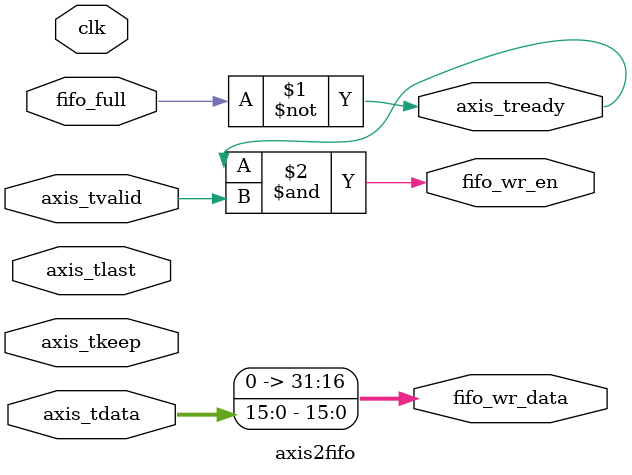
<source format=v>
`timescale 1ns / 1ps
module axis2fifo #(
    parameter AXIS_DATA_WIDTH = 32,
//    parameter AXIS_ID_WIDTH = 1,
//    parameter AXIS_DEST_WIDTH = 1,
    parameter AXIS_KEEP_WIDTH = 1,
//    parameter AXIS_STRB_WIDTH = 1,
//    parameter AXIS_USER_WIDTH = 1,
    parameter FIFO_DATA_WIDTH = 32
) (
    input clk,
    
    // AXIS SLAVE INTERFACE
    (* X_INTERFACE_INFO = "xilinx.com:interface:axis:1.0 S_AXIS TDATA" *)
    (* X_INTERFACE_PARAMETER = "CLK_DOMAIN /processing_system/clk_wiz_0_clk_out1" *)
    input [AXIS_DATA_WIDTH-1:0] axis_tdata,
    (* X_INTERFACE_INFO = "xilinx.com:interface:axis:1.0 S_AXIS TKEEP" *)
    input [AXIS_KEEP_WIDTH-1:0] axis_tkeep, // unused
    (* X_INTERFACE_INFO = "xilinx.com:interface:axis:1.0 S_AXIS TLAST" *)
    input axis_tlast, // unused
    (* X_INTERFACE_INFO = "xilinx.com:interface:axis:1.0 S_AXIS TVALID" *)
    input axis_tvalid,
    (* X_INTERFACE_INFO = "xilinx.com:interface:axis:1.0 S_AXIS TREADY" *)
    output axis_tready,
    
    (* X_INTERFACE_INFO = "xilinx.com:interface:fifo_write:1.0 M_FIFO_WRITE WR_DATA" *)
    output wire [FIFO_DATA_WIDTH-1:0] fifo_wr_data,
    (* X_INTERFACE_INFO = "xilinx.com:interface:fifo_write:1.0 M_FIFO_WRITE WR_EN" *)
    output wire fifo_wr_en,
    (* X_INTERFACE_INFO = "xilinx.com:interface:fifo_write:1.0 M_FIFO_WRITE FULL" *)
    input wire fifo_full
);  
    assign axis_tready = ~fifo_full;
    assign fifo_wr_en = axis_tready & axis_tvalid;
    assign fifo_wr_data = axis_tdata[15:0];
endmodule

</source>
